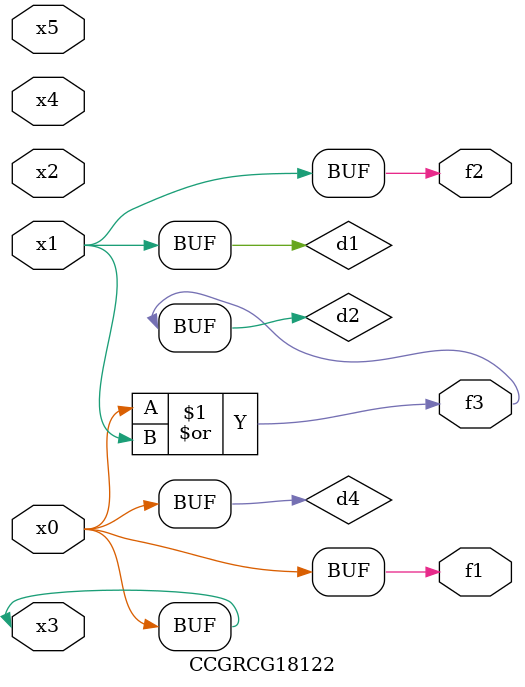
<source format=v>
module CCGRCG18122(
	input x0, x1, x2, x3, x4, x5,
	output f1, f2, f3
);

	wire d1, d2, d3, d4;

	and (d1, x1);
	or (d2, x0, x1);
	nand (d3, x0, x5);
	buf (d4, x0, x3);
	assign f1 = d4;
	assign f2 = d1;
	assign f3 = d2;
endmodule

</source>
